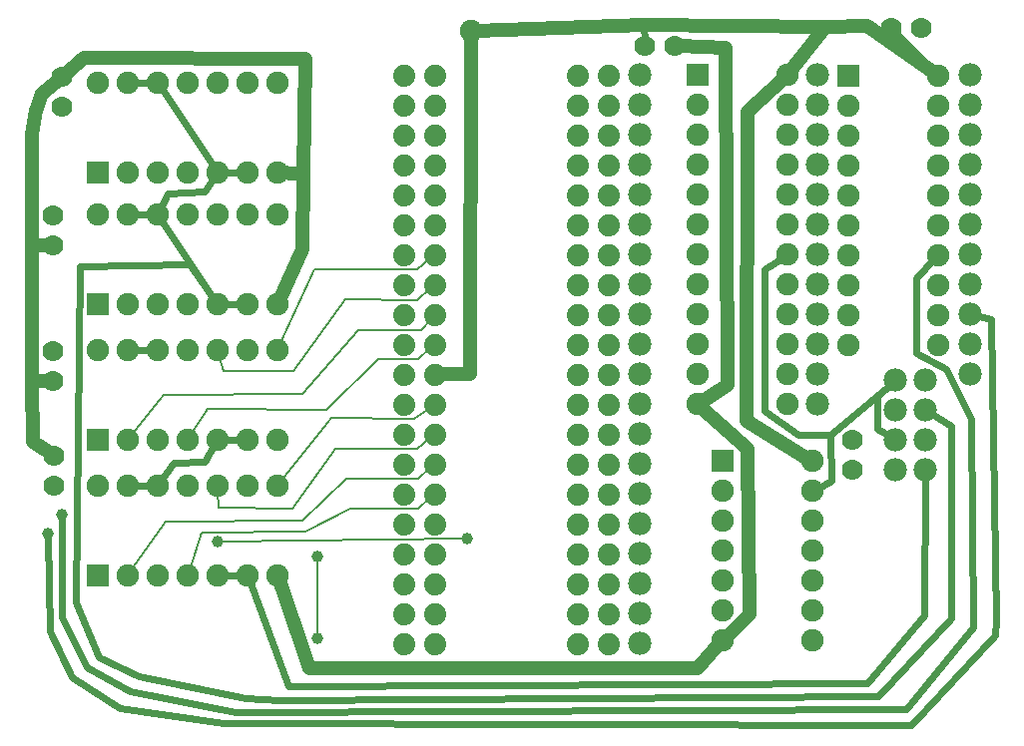
<source format=gbl>
G04 MADE WITH FRITZING*
G04 WWW.FRITZING.ORG*
G04 DOUBLE SIDED*
G04 HOLES PLATED*
G04 CONTOUR ON CENTER OF CONTOUR VECTOR*
%ASAXBY*%
%FSLAX23Y23*%
%MOIN*%
%OFA0B0*%
%SFA1.0B1.0*%
%ADD10C,0.075433*%
%ADD11C,0.078000*%
%ADD12C,0.070000*%
%ADD13C,0.039370*%
%ADD14C,0.075000*%
%ADD15C,0.074000*%
%ADD16R,0.075000X0.075000*%
%ADD17C,0.048000*%
%ADD18C,0.024000*%
%ADD19C,0.008000*%
%LNCOPPER0*%
G90*
G70*
G54D10*
X1522Y2356D03*
G54D11*
X2086Y2208D03*
X2086Y2108D03*
X2086Y2008D03*
X2086Y1908D03*
X2086Y1808D03*
X2086Y1708D03*
X2086Y1608D03*
X2086Y1508D03*
X2086Y1408D03*
X2086Y1308D03*
X2086Y1208D03*
X2086Y1108D03*
X2086Y1008D03*
X2086Y908D03*
X2086Y808D03*
X2086Y708D03*
X2086Y608D03*
X2086Y508D03*
X2086Y408D03*
X2086Y308D03*
X2680Y2209D03*
X2680Y2109D03*
X2680Y2009D03*
X2680Y1909D03*
X2680Y1809D03*
X2680Y1709D03*
X2680Y1609D03*
X2680Y1509D03*
X2680Y1409D03*
X2680Y1309D03*
X2680Y1209D03*
X2680Y1109D03*
X3188Y2209D03*
X3188Y2109D03*
X3188Y2009D03*
X3188Y1909D03*
X3188Y1809D03*
X3188Y1709D03*
X3188Y1609D03*
X3188Y1509D03*
X3188Y1409D03*
X3188Y1309D03*
X3188Y1209D03*
G54D12*
X156Y2103D03*
X156Y2203D03*
G54D13*
X1508Y660D03*
G54D14*
X274Y1441D03*
X274Y1741D03*
X374Y1441D03*
X374Y1741D03*
X474Y1441D03*
X474Y1741D03*
X574Y1441D03*
X574Y1741D03*
X674Y1441D03*
X674Y1741D03*
X774Y1441D03*
X774Y1741D03*
X874Y1441D03*
X874Y1741D03*
X274Y1883D03*
X274Y2183D03*
X374Y1883D03*
X374Y2183D03*
X474Y1883D03*
X474Y2183D03*
X574Y1883D03*
X574Y2183D03*
X674Y1883D03*
X674Y2183D03*
X774Y1883D03*
X774Y2183D03*
X874Y1883D03*
X874Y2183D03*
G54D15*
X1401Y2207D03*
X1401Y2107D03*
X1401Y2007D03*
X1401Y1907D03*
X1401Y1807D03*
X1401Y1707D03*
X1401Y1607D03*
X1401Y1507D03*
X1401Y1407D03*
X1401Y1307D03*
X1401Y1207D03*
X1401Y1107D03*
X1401Y1007D03*
X1401Y907D03*
X1401Y807D03*
X1401Y707D03*
X1401Y607D03*
X1401Y507D03*
X1401Y407D03*
X1401Y307D03*
X1981Y307D03*
X1981Y407D03*
X1981Y507D03*
X1981Y607D03*
X1981Y707D03*
X1981Y807D03*
X1981Y907D03*
X1981Y1007D03*
X1981Y1207D03*
X1981Y1307D03*
X1981Y1407D03*
X1981Y1507D03*
X1981Y1607D03*
X1981Y1707D03*
X1981Y1807D03*
X1981Y1907D03*
X1981Y2007D03*
X1981Y2107D03*
X1981Y2207D03*
X1981Y1107D03*
G54D12*
X125Y1740D03*
X125Y1640D03*
X2101Y2305D03*
X2202Y2305D03*
G54D13*
X676Y648D03*
G54D15*
X1298Y2207D03*
X1298Y2107D03*
X1298Y2007D03*
X1298Y1907D03*
X1298Y1807D03*
X1298Y1707D03*
X1298Y1607D03*
X1298Y1507D03*
X1298Y1407D03*
X1298Y1307D03*
X1298Y1207D03*
X1298Y1107D03*
X1298Y1007D03*
X1298Y907D03*
X1298Y807D03*
X1298Y707D03*
X1298Y607D03*
X1298Y507D03*
X1298Y407D03*
X1298Y307D03*
X1878Y307D03*
X1878Y407D03*
X1878Y507D03*
X1878Y607D03*
X1878Y707D03*
X1878Y807D03*
X1878Y907D03*
X1878Y1007D03*
X1878Y1207D03*
X1878Y1307D03*
X1878Y1407D03*
X1878Y1507D03*
X1878Y1607D03*
X1878Y1707D03*
X1878Y1807D03*
X1878Y1907D03*
X1878Y2007D03*
X1878Y2107D03*
X1878Y2207D03*
X1878Y1107D03*
G54D12*
X129Y937D03*
X129Y837D03*
G54D13*
X109Y675D03*
G54D14*
X2279Y2208D03*
X2579Y2208D03*
X2279Y2108D03*
X2579Y2108D03*
X2279Y2008D03*
X2579Y2008D03*
X2279Y1908D03*
X2579Y1908D03*
X2279Y1808D03*
X2579Y1808D03*
X2279Y1708D03*
X2579Y1708D03*
X2279Y1608D03*
X2579Y1608D03*
X2279Y1508D03*
X2579Y1508D03*
X2279Y1408D03*
X2579Y1408D03*
X2279Y1308D03*
X2579Y1308D03*
X2279Y1208D03*
X2579Y1208D03*
X2279Y1108D03*
X2579Y1108D03*
G54D12*
X125Y1287D03*
X125Y1187D03*
X2924Y2364D03*
X3024Y2364D03*
G54D13*
X156Y738D03*
G54D14*
X275Y989D03*
X275Y1289D03*
X375Y989D03*
X375Y1289D03*
X475Y989D03*
X475Y1289D03*
X575Y989D03*
X575Y1289D03*
X675Y989D03*
X675Y1289D03*
X775Y989D03*
X775Y1289D03*
X875Y989D03*
X875Y1289D03*
G54D11*
X2940Y1189D03*
X2940Y1089D03*
X2940Y989D03*
X2940Y889D03*
X2940Y1189D03*
X2940Y1089D03*
X2940Y989D03*
X2940Y889D03*
X3040Y889D03*
X3040Y989D03*
X3040Y1089D03*
X3040Y1189D03*
G54D13*
X1008Y324D03*
G54D14*
X2782Y2207D03*
X3082Y2207D03*
X2782Y2107D03*
X3082Y2107D03*
X2782Y2007D03*
X3082Y2007D03*
X2782Y1907D03*
X3082Y1907D03*
X2782Y1807D03*
X3082Y1807D03*
X2782Y1707D03*
X3082Y1707D03*
X2782Y1607D03*
X3082Y1607D03*
X2782Y1507D03*
X3082Y1507D03*
X2782Y1407D03*
X3082Y1407D03*
X2782Y1307D03*
X3082Y1307D03*
G54D12*
X2794Y890D03*
X2794Y990D03*
G54D13*
X1008Y600D03*
G54D14*
X275Y537D03*
X275Y837D03*
X375Y537D03*
X375Y837D03*
X475Y537D03*
X475Y837D03*
X575Y537D03*
X575Y837D03*
X675Y537D03*
X675Y837D03*
X775Y537D03*
X775Y837D03*
X875Y537D03*
X875Y837D03*
X2361Y918D03*
X2661Y918D03*
X2361Y818D03*
X2661Y818D03*
X2361Y718D03*
X2661Y718D03*
X2361Y618D03*
X2661Y618D03*
X2361Y518D03*
X2661Y518D03*
X2361Y418D03*
X2661Y418D03*
X2361Y318D03*
X2661Y318D03*
G54D16*
X274Y1441D03*
X274Y1883D03*
X2279Y2208D03*
X275Y989D03*
X2782Y2207D03*
X275Y537D03*
X2361Y918D03*
G54D17*
X228Y2267D02*
X168Y2213D01*
D02*
X967Y2261D02*
X228Y2267D01*
D02*
X963Y1876D02*
X967Y2261D01*
G54D18*
D02*
X2935Y2354D02*
X3069Y2220D01*
D02*
X484Y2169D02*
X665Y1898D01*
D02*
X457Y2183D02*
X392Y2183D01*
D02*
X757Y1883D02*
X692Y1883D01*
D02*
X457Y1741D02*
X392Y1741D01*
D02*
X757Y1441D02*
X692Y1441D01*
D02*
X457Y1289D02*
X392Y1289D01*
D02*
X757Y989D02*
X692Y989D01*
D02*
X458Y837D02*
X393Y837D01*
D02*
X758Y537D02*
X693Y537D01*
D02*
X666Y974D02*
X632Y915D01*
D02*
X664Y1456D02*
X484Y1727D01*
D02*
X665Y1868D02*
X632Y1818D01*
G54D19*
D02*
X998Y1558D02*
X882Y1305D01*
D02*
X1341Y1558D02*
X998Y1558D01*
D02*
X1385Y1595D02*
X1341Y1558D01*
D02*
X1341Y1454D02*
X1102Y1460D01*
D02*
X1102Y1460D02*
X928Y1219D01*
D02*
X928Y1219D02*
X696Y1219D01*
D02*
X696Y1219D02*
X680Y1273D01*
D02*
X1386Y1494D02*
X1341Y1454D01*
D02*
X1354Y1356D02*
X1145Y1356D01*
D02*
X959Y1143D02*
X495Y1140D01*
D02*
X1145Y1356D02*
X959Y1143D01*
D02*
X495Y1140D02*
X386Y1003D01*
D02*
X1387Y1393D02*
X1354Y1356D01*
D02*
X1211Y1258D02*
X1039Y1089D01*
D02*
X1039Y1089D02*
X641Y1093D01*
D02*
X1345Y1258D02*
X1211Y1258D01*
D02*
X641Y1093D02*
X584Y1004D01*
D02*
X1386Y1294D02*
X1345Y1258D01*
D02*
X1054Y1061D02*
X886Y850D01*
D02*
X1333Y1058D02*
X1054Y1061D01*
D02*
X1385Y1096D02*
X1333Y1058D01*
D02*
X1067Y960D02*
X925Y758D01*
D02*
X925Y758D02*
X680Y761D01*
D02*
X1341Y960D02*
X1067Y960D01*
D02*
X680Y761D02*
X676Y819D01*
D02*
X1385Y995D02*
X1341Y960D01*
D02*
X1106Y860D02*
X957Y718D01*
D02*
X957Y718D02*
X503Y715D01*
D02*
X1345Y860D02*
X1106Y860D01*
D02*
X503Y715D02*
X386Y551D01*
D02*
X1385Y894D02*
X1345Y860D01*
D02*
X621Y680D02*
X581Y553D01*
D02*
X968Y682D02*
X621Y680D01*
D02*
X1117Y758D02*
X968Y682D01*
D02*
X1345Y758D02*
X1117Y758D01*
D02*
X1386Y794D02*
X1345Y758D01*
G54D17*
D02*
X959Y1624D02*
X963Y1876D01*
D02*
X881Y1457D02*
X959Y1624D01*
D02*
X963Y1876D02*
X892Y1882D01*
D02*
X2704Y2369D02*
X2589Y2222D01*
D02*
X1540Y2356D02*
X2098Y2376D01*
D02*
X2098Y2376D02*
X2704Y2369D01*
D02*
X1520Y1208D02*
X1522Y2338D01*
D02*
X1421Y1208D02*
X1520Y1208D01*
D02*
X2845Y2373D02*
X3067Y2217D01*
D02*
X2704Y2369D02*
X2845Y2373D01*
G54D18*
D02*
X2846Y177D02*
X911Y166D01*
D02*
X911Y166D02*
X781Y520D01*
D02*
X881Y119D02*
X2882Y132D01*
D02*
X581Y1577D02*
X215Y1569D01*
D02*
X203Y444D02*
X278Y261D01*
D02*
X215Y1569D02*
X203Y444D01*
D02*
X664Y1456D02*
X581Y1577D01*
D02*
X2846Y177D02*
X3035Y403D01*
G54D19*
D02*
X1008Y332D02*
X1008Y592D01*
G54D18*
D02*
X156Y397D02*
X156Y730D01*
D02*
X2976Y89D02*
X735Y80D01*
D02*
X3008Y1530D02*
X3008Y1278D01*
D02*
X735Y80D02*
X382Y148D01*
D02*
X3070Y1595D02*
X3008Y1530D01*
D02*
X696Y42D02*
X350Y93D01*
D02*
X2991Y37D02*
X696Y42D01*
D02*
X3260Y1391D02*
X3275Y387D01*
D02*
X3275Y387D02*
X3271Y337D01*
D02*
X3206Y1404D02*
X3260Y1391D01*
D02*
X114Y348D02*
X109Y667D01*
G54D19*
D02*
X1500Y660D02*
X684Y648D01*
G54D18*
D02*
X2502Y1085D02*
X2503Y1558D01*
D02*
X2614Y1005D02*
X2502Y1085D01*
D02*
X2723Y1006D02*
X2614Y1005D01*
D02*
X2503Y1558D02*
X2564Y1598D01*
D02*
X510Y1813D02*
X482Y1757D01*
D02*
X632Y1818D02*
X510Y1813D01*
D02*
X530Y911D02*
X486Y851D01*
D02*
X632Y915D02*
X530Y911D01*
D02*
X2098Y2376D02*
X2101Y2320D01*
G54D17*
D02*
X2377Y1171D02*
X2293Y1117D01*
D02*
X2372Y2300D02*
X2377Y1171D01*
D02*
X2217Y2305D02*
X2372Y2300D01*
D02*
X54Y1639D02*
X54Y2013D01*
D02*
X54Y2013D02*
X70Y2089D01*
D02*
X58Y982D02*
X54Y1187D01*
D02*
X90Y2144D02*
X145Y2193D01*
D02*
X116Y945D02*
X58Y982D01*
D02*
X54Y1187D02*
X54Y1639D01*
D02*
X54Y1639D02*
X110Y1640D01*
D02*
X54Y1187D02*
X110Y1187D01*
G54D18*
D02*
X3271Y337D02*
X2991Y37D01*
D02*
X3199Y361D02*
X2976Y89D01*
D02*
X3191Y1058D02*
X3199Y361D01*
D02*
X3109Y1226D02*
X3191Y1058D01*
D02*
X3008Y1278D02*
X3109Y1226D01*
D02*
X3035Y403D02*
X3040Y870D01*
D02*
X3125Y392D02*
X3125Y1034D01*
D02*
X3125Y1034D02*
X3056Y1078D01*
D02*
X2882Y132D02*
X3125Y392D01*
D02*
X2723Y1006D02*
X2925Y1176D01*
G54D17*
D02*
X70Y2089D02*
X90Y2144D01*
G54D18*
D02*
X187Y195D02*
X114Y348D01*
D02*
X350Y93D02*
X187Y195D01*
D02*
X239Y230D02*
X156Y397D01*
D02*
X382Y148D02*
X239Y230D01*
D02*
X413Y198D02*
X770Y124D01*
D02*
X770Y124D02*
X881Y119D01*
D02*
X278Y261D02*
X413Y198D01*
D02*
X2924Y999D02*
X2879Y1027D01*
D02*
X2879Y1027D02*
X2877Y1135D01*
D02*
X2877Y1135D02*
X2925Y1176D01*
G54D17*
D02*
X981Y227D02*
X881Y520D01*
D02*
X2451Y407D02*
X2374Y330D01*
D02*
X2292Y1096D02*
X2444Y959D01*
D02*
X2349Y305D02*
X2278Y227D01*
D02*
X2279Y227D02*
X981Y227D01*
D02*
X2441Y1053D02*
X2646Y927D01*
D02*
X2444Y959D02*
X2451Y407D01*
D02*
X2444Y2085D02*
X2441Y1053D01*
D02*
X2566Y2196D02*
X2444Y2085D01*
G54D18*
D02*
X2724Y852D02*
X2677Y826D01*
D02*
X2723Y1006D02*
X2724Y852D01*
G04 End of Copper0*
M02*
</source>
